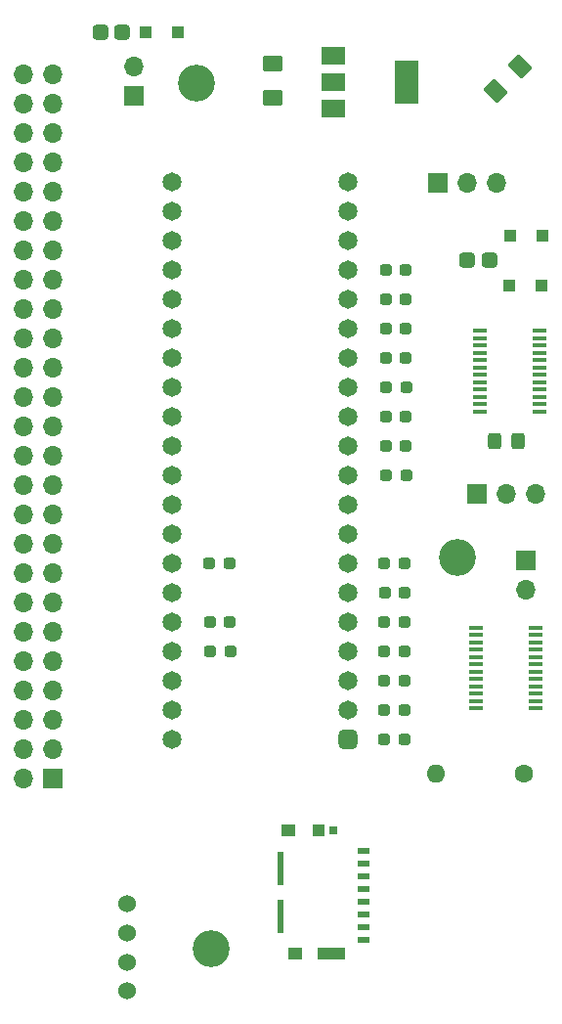
<source format=gbr>
%TF.GenerationSoftware,KiCad,Pcbnew,(6.0.2)*%
%TF.CreationDate,2022-04-05T19:05:53-06:00*%
%TF.ProjectId,F4_SMD_V1_1,46345f53-4d44-45f5-9631-5f312e6b6963,rev?*%
%TF.SameCoordinates,Original*%
%TF.FileFunction,Soldermask,Top*%
%TF.FilePolarity,Negative*%
%FSLAX46Y46*%
G04 Gerber Fmt 4.6, Leading zero omitted, Abs format (unit mm)*
G04 Created by KiCad (PCBNEW (6.0.2)) date 2022-04-05 19:05:53*
%MOMM*%
%LPD*%
G01*
G04 APERTURE LIST*
G04 Aperture macros list*
%AMRoundRect*
0 Rectangle with rounded corners*
0 $1 Rounding radius*
0 $2 $3 $4 $5 $6 $7 $8 $9 X,Y pos of 4 corners*
0 Add a 4 corners polygon primitive as box body*
4,1,4,$2,$3,$4,$5,$6,$7,$8,$9,$2,$3,0*
0 Add four circle primitives for the rounded corners*
1,1,$1+$1,$2,$3*
1,1,$1+$1,$4,$5*
1,1,$1+$1,$6,$7*
1,1,$1+$1,$8,$9*
0 Add four rect primitives between the rounded corners*
20,1,$1+$1,$2,$3,$4,$5,0*
20,1,$1+$1,$4,$5,$6,$7,0*
20,1,$1+$1,$6,$7,$8,$9,0*
20,1,$1+$1,$8,$9,$2,$3,0*%
G04 Aperture macros list end*
%ADD10R,1.700000X1.700000*%
%ADD11O,1.700000X1.700000*%
%ADD12RoundRect,0.237500X0.287500X0.237500X-0.287500X0.237500X-0.287500X-0.237500X0.287500X-0.237500X0*%
%ADD13C,1.524000*%
%ADD14C,3.200000*%
%ADD15R,1.100000X1.100000*%
%ADD16RoundRect,0.250001X0.624999X-0.462499X0.624999X0.462499X-0.624999X0.462499X-0.624999X-0.462499X0*%
%ADD17RoundRect,0.250001X0.114905X-0.768977X0.768977X-0.114905X-0.114905X0.768977X-0.768977X0.114905X0*%
%ADD18RoundRect,0.237500X-0.287500X-0.237500X0.287500X-0.237500X0.287500X0.237500X-0.287500X0.237500X0*%
%ADD19R,2.000000X1.500000*%
%ADD20R,2.000000X3.800000*%
%ADD21R,1.200000X0.400000*%
%ADD22R,0.550000X2.910000*%
%ADD23R,1.000000X0.500000*%
%ADD24R,0.780000X0.720000*%
%ADD25R,1.200000X1.050000*%
%ADD26R,2.390000X1.050000*%
%ADD27R,1.080000X1.050000*%
%ADD28RoundRect,0.250000X0.412500X0.400000X-0.412500X0.400000X-0.412500X-0.400000X0.412500X-0.400000X0*%
%ADD29RoundRect,0.250000X-0.325000X-0.450000X0.325000X-0.450000X0.325000X0.450000X-0.325000X0.450000X0*%
%ADD30RoundRect,0.412500X0.412500X0.412500X-0.412500X0.412500X-0.412500X-0.412500X0.412500X-0.412500X0*%
%ADD31C,1.650000*%
%ADD32C,1.600000*%
%ADD33O,1.600000X1.600000*%
G04 APERTURE END LIST*
D10*
%TO.C,J4*%
X110200000Y-131400000D03*
D11*
X107660000Y-131400000D03*
X110200000Y-128860000D03*
X107660000Y-128860000D03*
X110200000Y-126320000D03*
X107660000Y-126320000D03*
X110200000Y-123780000D03*
X107660000Y-123780000D03*
X110200000Y-121240000D03*
X107660000Y-121240000D03*
X110200000Y-118700000D03*
X107660000Y-118700000D03*
X110200000Y-116160000D03*
X107660000Y-116160000D03*
X110200000Y-113620000D03*
X107660000Y-113620000D03*
X110200000Y-111080000D03*
X107660000Y-111080000D03*
X110200000Y-108540000D03*
X107660000Y-108540000D03*
X110200000Y-106000000D03*
X107660000Y-106000000D03*
X110200000Y-103460000D03*
X107660000Y-103460000D03*
X110200000Y-100920000D03*
X107660000Y-100920000D03*
X110200000Y-98380000D03*
X107660000Y-98380000D03*
X110200000Y-95840000D03*
X107660000Y-95840000D03*
X110200000Y-93300000D03*
X107660000Y-93300000D03*
X110200000Y-90760000D03*
X107660000Y-90760000D03*
X110200000Y-88220000D03*
X107660000Y-88220000D03*
X110200000Y-85680000D03*
X107660000Y-85680000D03*
X110200000Y-83140000D03*
X107660000Y-83140000D03*
X110200000Y-80600000D03*
X107660000Y-80600000D03*
X110200000Y-78060000D03*
X107660000Y-78060000D03*
X110200000Y-75520000D03*
X107660000Y-75520000D03*
X110200000Y-72980000D03*
X107660000Y-72980000D03*
X110200000Y-70440000D03*
X107660000Y-70440000D03*
%TD*%
D12*
%TO.C,R1*%
X140688000Y-122936000D03*
X138938000Y-122936000D03*
%TD*%
%TO.C,R2*%
X140688000Y-120396000D03*
X138938000Y-120396000D03*
%TD*%
%TO.C,R3*%
X125603000Y-120396000D03*
X123853000Y-120396000D03*
%TD*%
%TO.C,R4*%
X140815000Y-87376000D03*
X139065000Y-87376000D03*
%TD*%
%TO.C,R5*%
X125575000Y-117856000D03*
X123825000Y-117856000D03*
%TD*%
%TO.C,R6*%
X140702000Y-125476000D03*
X138952000Y-125476000D03*
%TD*%
%TO.C,R7*%
X125539500Y-112776000D03*
X123789500Y-112776000D03*
%TD*%
%TO.C,R8*%
X140815000Y-89916000D03*
X139065000Y-89916000D03*
%TD*%
%TO.C,R9*%
X140702000Y-128016000D03*
X138952000Y-128016000D03*
%TD*%
D13*
%TO.C,J2*%
X116666000Y-149794600D03*
X116666000Y-147294600D03*
X116666000Y-144794600D03*
X116666000Y-142294600D03*
%TD*%
D14*
%TO.C,REF\u002A\u002A*%
X123952000Y-146177000D03*
%TD*%
%TO.C,REF\u002A\u002A*%
X122682000Y-71247000D03*
%TD*%
%TO.C,REF\u002A\u002A*%
X145288000Y-112268000D03*
%TD*%
D15*
%TO.C,D1*%
X149790500Y-88773000D03*
X152590500Y-88773000D03*
%TD*%
D16*
%TO.C,C1*%
X129286000Y-72480500D03*
X129286000Y-69505500D03*
%TD*%
D17*
%TO.C,C2*%
X148617679Y-71917821D03*
X150721321Y-69814179D03*
%TD*%
D18*
%TO.C,R10*%
X138938000Y-117856000D03*
X140688000Y-117856000D03*
%TD*%
%TO.C,R11*%
X138966000Y-115316000D03*
X140716000Y-115316000D03*
%TD*%
D12*
%TO.C,R12*%
X140702000Y-112776000D03*
X138952000Y-112776000D03*
%TD*%
%TO.C,R13*%
X140829000Y-105156000D03*
X139079000Y-105156000D03*
%TD*%
%TO.C,R14*%
X140815000Y-102616000D03*
X139065000Y-102616000D03*
%TD*%
%TO.C,R15*%
X140815000Y-100076000D03*
X139065000Y-100076000D03*
%TD*%
%TO.C,R16*%
X140829000Y-97536000D03*
X139079000Y-97536000D03*
%TD*%
%TO.C,R17*%
X140815000Y-94996000D03*
X139065000Y-94996000D03*
%TD*%
%TO.C,R18*%
X140815000Y-92456000D03*
X139065000Y-92456000D03*
%TD*%
D19*
%TO.C,U1*%
X134536180Y-68827620D03*
X134536180Y-71127620D03*
D20*
X140836180Y-71127620D03*
D19*
X134536180Y-73427620D03*
%TD*%
D21*
%TO.C,U3*%
X152396500Y-99631500D03*
X152396500Y-98996500D03*
X152396500Y-98361500D03*
X152396500Y-97726500D03*
X152396500Y-97091500D03*
X152396500Y-96456500D03*
X152396500Y-95821500D03*
X152396500Y-95186500D03*
X152396500Y-94551500D03*
X152396500Y-93916500D03*
X152396500Y-93281500D03*
X152396500Y-92646500D03*
X147196500Y-92646500D03*
X147196500Y-93281500D03*
X147196500Y-93916500D03*
X147196500Y-94551500D03*
X147196500Y-95186500D03*
X147196500Y-95821500D03*
X147196500Y-96456500D03*
X147196500Y-97091500D03*
X147196500Y-97726500D03*
X147196500Y-98361500D03*
X147196500Y-98996500D03*
X147196500Y-99631500D03*
%TD*%
D22*
%TO.C,J5*%
X129939000Y-143386000D03*
X129939000Y-139196000D03*
D23*
X137174000Y-137691000D03*
X137174000Y-138791000D03*
X137174000Y-139891000D03*
X137174000Y-140991000D03*
X137174000Y-142091000D03*
X137174000Y-143191000D03*
X137174000Y-144291000D03*
X137174000Y-145391000D03*
D24*
X134494000Y-135931000D03*
D25*
X131184000Y-146566000D03*
D26*
X134369000Y-146566000D03*
D25*
X130614000Y-135921000D03*
D27*
X133224000Y-135931000D03*
%TD*%
D21*
%TO.C,U2*%
X152079000Y-125349000D03*
X152079000Y-124714000D03*
X152079000Y-124079000D03*
X152079000Y-123444000D03*
X152079000Y-122809000D03*
X152079000Y-122174000D03*
X152079000Y-121539000D03*
X152079000Y-120904000D03*
X152079000Y-120269000D03*
X152079000Y-119634000D03*
X152079000Y-118999000D03*
X152079000Y-118364000D03*
X146879000Y-118364000D03*
X146879000Y-118999000D03*
X146879000Y-119634000D03*
X146879000Y-120269000D03*
X146879000Y-120904000D03*
X146879000Y-121539000D03*
X146879000Y-122174000D03*
X146879000Y-122809000D03*
X146879000Y-123444000D03*
X146879000Y-124079000D03*
X146879000Y-124714000D03*
X146879000Y-125349000D03*
%TD*%
D10*
%TO.C,J6*%
X146939000Y-106807000D03*
D11*
X149479000Y-106807000D03*
X152019000Y-106807000D03*
%TD*%
D15*
%TO.C,D2*%
X149860000Y-84455000D03*
X152660000Y-84455000D03*
%TD*%
D10*
%TO.C,USBPWR*%
X143573500Y-79883000D03*
D11*
X146113500Y-79883000D03*
X148653500Y-79883000D03*
%TD*%
D10*
%TO.C,J1*%
X117221000Y-72326500D03*
D11*
X117221000Y-69786500D03*
%TD*%
D28*
%TO.C,F1*%
X148028500Y-86550500D03*
X146103500Y-86550500D03*
%TD*%
D29*
%TO.C,C3*%
X148463000Y-102235000D03*
X150513000Y-102235000D03*
%TD*%
D15*
%TO.C,D3*%
X121094501Y-66802000D03*
X118294501Y-66802000D03*
%TD*%
D28*
%TO.C,F2*%
X116268500Y-66802000D03*
X114343500Y-66802000D03*
%TD*%
D30*
%TO.C,BP1*%
X135826500Y-128016000D03*
D31*
X135826500Y-125476000D03*
X135826500Y-122936000D03*
X135826500Y-120396000D03*
X135826500Y-117856000D03*
X135826500Y-115316000D03*
X135826500Y-112776000D03*
X135826500Y-110236000D03*
X135826500Y-107696000D03*
X135826500Y-105156000D03*
X135826500Y-102616000D03*
X135826500Y-100076000D03*
X135826500Y-97536000D03*
X135826500Y-94996000D03*
X135826500Y-92456000D03*
X135826500Y-89916000D03*
X135826500Y-87376000D03*
X135826500Y-84836000D03*
X135826500Y-82296000D03*
X135826500Y-79756000D03*
X120586500Y-79756000D03*
X120586500Y-82296000D03*
X120586500Y-84836000D03*
X120586500Y-87376000D03*
X120586500Y-89916000D03*
X120586500Y-92456000D03*
X120586500Y-94996000D03*
X120586500Y-97536000D03*
X120586500Y-100076000D03*
X120586500Y-102616000D03*
X120586500Y-105156000D03*
X120586500Y-107696000D03*
X120586500Y-110236000D03*
X120586500Y-112776000D03*
X120586500Y-115316000D03*
X120586500Y-117856000D03*
X120586500Y-120396000D03*
X120586500Y-122936000D03*
X120586500Y-125476000D03*
X120586500Y-128016000D03*
%TD*%
D10*
%TO.C,J3*%
X151180800Y-112560100D03*
D11*
X151180800Y-115100100D03*
%TD*%
D32*
%TO.C,R19*%
X151036020Y-131025900D03*
D33*
X143416020Y-131025900D03*
%TD*%
M02*

</source>
